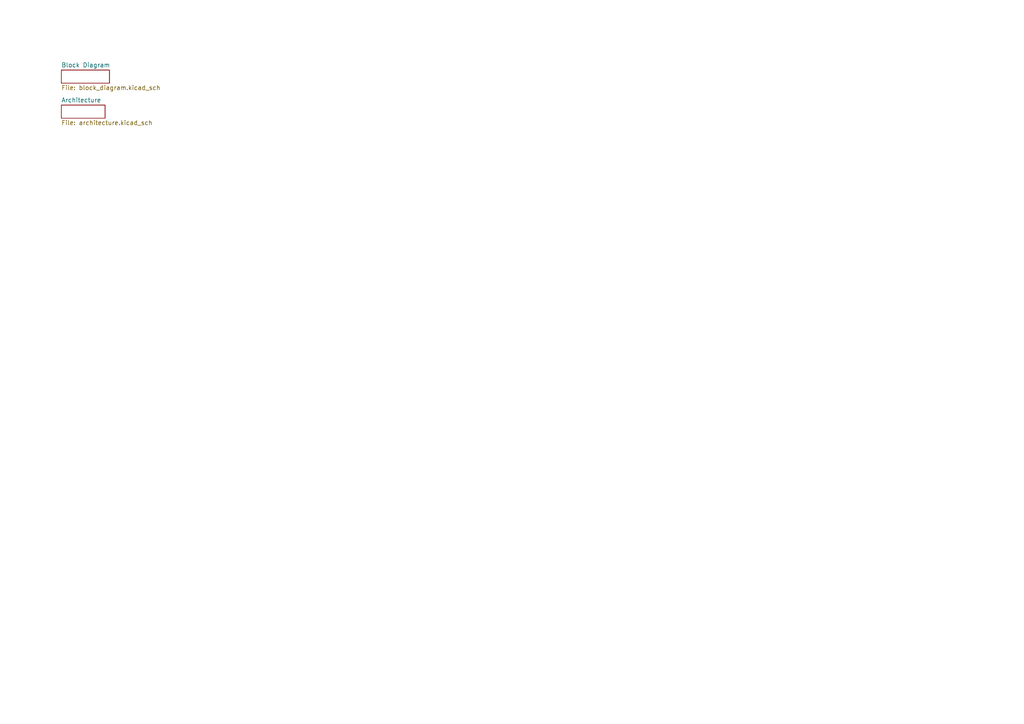
<source format=kicad_sch>
(kicad_sch
	(version 20250114)
	(generator "eeschema")
	(generator_version "9.0")
	(uuid "abe950a1-9eef-4508-9fd4-31d3e723e029")
	(paper "A4")
	(title_block
		(title "MCU Power")
		(date "2025-12-13")
		(rev "1.0")
		(company "Hoppen")
	)
	(lib_symbols)
	(sheet
		(at 17.78 20.32)
		(size 13.97 3.81)
		(exclude_from_sim no)
		(in_bom yes)
		(on_board yes)
		(dnp no)
		(fields_autoplaced yes)
		(stroke
			(width 0.1524)
			(type solid)
		)
		(fill
			(color 0 0 0 0.0000)
		)
		(uuid "3d2c0b1f-5398-4902-9d0f-410840dd3a9a")
		(property "Sheetname" "Block Diagram"
			(at 17.78 19.6084 0)
			(effects
				(font
					(size 1.27 1.27)
				)
				(justify left bottom)
			)
		)
		(property "Sheetfile" "block_diagram.kicad_sch"
			(at 17.78 24.7146 0)
			(effects
				(font
					(size 1.27 1.27)
				)
				(justify left top)
			)
		)
		(instances
			(project "hoppen_fc"
				(path "/abe950a1-9eef-4508-9fd4-31d3e723e029"
					(page "2")
				)
			)
		)
	)
	(sheet
		(at 17.78 30.48)
		(size 12.7 3.81)
		(exclude_from_sim no)
		(in_bom yes)
		(on_board yes)
		(dnp no)
		(fields_autoplaced yes)
		(stroke
			(width 0.1524)
			(type solid)
		)
		(fill
			(color 0 0 0 0.0000)
		)
		(uuid "c85454e5-a89e-41eb-a5ed-71b4fc4cf13a")
		(property "Sheetname" "Architecture"
			(at 17.78 29.7684 0)
			(effects
				(font
					(size 1.27 1.27)
				)
				(justify left bottom)
			)
		)
		(property "Sheetfile" "architecture.kicad_sch"
			(at 17.78 34.8746 0)
			(effects
				(font
					(size 1.27 1.27)
				)
				(justify left top)
			)
		)
		(instances
			(project "hoppen_fc"
				(path "/abe950a1-9eef-4508-9fd4-31d3e723e029"
					(page "3")
				)
			)
		)
	)
	(sheet_instances
		(path "/"
			(page "1")
		)
	)
	(embedded_fonts no)
	(embedded_files
		(file
			(name "TitleBlockTemplate.kicad_wks")
			(type worksheet)
			(data |KLUv/WDbCx0YADbhZyDwWDfQMcneOM4jea8slE+FkVRp4DJp3d3JjYXFwbleVF4AWABhAN6X19U+
				euSDnkf8j78SflHo5kmbvKHsjZ8HuWjQKDZb9OFFOXlFg4bR9tUtP+VfAAACgpLpvZzY4vpcN/SP
				WLo64/eykx4ybJTSrM7aJL5l9lMBEBCUJNQn9MBLKgRPOtgq0P3SNNJq04aqaj2/75s0KwCexCDa
				Wu0Sly569af8v9dmptWemiqVQfK+5yXP2cmMwRd79rxIIBa/dvHvt4u+Q9KEs9dXP+njiMHatUPS
				EVlPSvtzVnLpHvQRzphKw9uDQ2vw7qKr3xszBnX2kofpLKaB8dXNhCL+GlE5ju1O3m3b1ROKIXox
				qeXCZTrL+TwaDm7CImiY1pPSORdYouucGlYTLatpPD52k8lwLEIz/L1HzlmVPQGBYauTtqVoOM1f
				DSLT2Y41lIXsKL+dtUS4jH1kJ0O39Eo3qqiKWqu2KRJZzRB1kdFEnVmlGoutaFjWHksDU7k4VKRX
				GrGD0g1L0K5zTsxWGhZL4SAuXgh4Re9vK7BJNY6Am6AhPYUYkhopSJIUOnBEpOSKHVpwXt0thMYj
				QU8A+DlBIEgMMg1ewUkGQStfwGp68TJ64ALpyIGug17MRB6Dx3XP6FQsQgY4OMMgodHbajh+vuxL
				/q/lkUsqODi5HmN9jAul1luGVrvbSgQJLLDPe2UG1cW8a5NemCZ/DXa+tAwMBsFYWi/YGRXLlKkj
				0Ndea2KFsttcMG+0qBcrXtcXTdOsBkEGgQ4BPiiyh1e0DYAQDwyrb3eLS4/YKs8UIXBIk1cDtEAs
				EHvHg0oyWZqAiSepiGLpOuogQkAPkQphWgOuDH4P2qMahmioqR8qitpU5LSn3EdVP2mpqR8axOif
				Un9oUPTuBA7w2+vuY0lASyMsYd3xb3ll2LgOh35xYKRVJKUCmqxwYQ8T5o9uYqc0aGyLHqavBggH
				HGbR0XLNlp0ktlde1naE+InfsffRoU2drw9n/RssH5F+stGAdAx6FQ==|
			)
			(checksum "D9F631DB88F01A797A4D5AE6908A1A5F")
		)
	)
)

</source>
